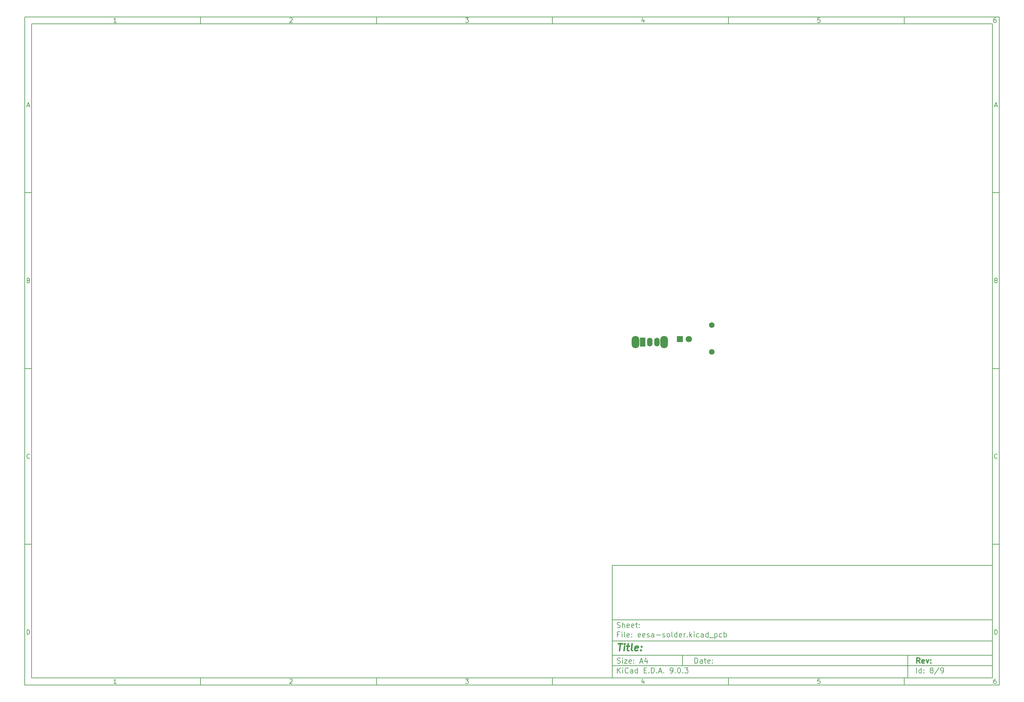
<source format=gbr>
%TF.GenerationSoftware,KiCad,Pcbnew,9.0.3*%
%TF.CreationDate,2025-07-28T16:08:30-05:00*%
%TF.ProjectId,eesa-solder,65657361-2d73-46f6-9c64-65722e6b6963,rev?*%
%TF.SameCoordinates,Original*%
%TF.FileFunction,Soldermask,Bot*%
%TF.FilePolarity,Negative*%
%FSLAX46Y46*%
G04 Gerber Fmt 4.6, Leading zero omitted, Abs format (unit mm)*
G04 Created by KiCad (PCBNEW 9.0.3) date 2025-07-28 16:08:30*
%MOMM*%
%LPD*%
G01*
G04 APERTURE LIST*
%ADD10C,0.100000*%
%ADD11C,0.150000*%
%ADD12C,0.300000*%
%ADD13C,0.400000*%
%ADD14C,1.600000*%
%ADD15R,1.800000X1.800000*%
%ADD16C,1.800000*%
%ADD17O,2.200000X3.500000*%
%ADD18R,1.500000X2.500000*%
%ADD19O,1.500000X2.500000*%
G04 APERTURE END LIST*
D10*
D11*
X177002200Y-166007200D02*
X285002200Y-166007200D01*
X285002200Y-198007200D01*
X177002200Y-198007200D01*
X177002200Y-166007200D01*
D10*
D11*
X10000000Y-10000000D02*
X287002200Y-10000000D01*
X287002200Y-200007200D01*
X10000000Y-200007200D01*
X10000000Y-10000000D01*
D10*
D11*
X12000000Y-12000000D02*
X285002200Y-12000000D01*
X285002200Y-198007200D01*
X12000000Y-198007200D01*
X12000000Y-12000000D01*
D10*
D11*
X60000000Y-12000000D02*
X60000000Y-10000000D01*
D10*
D11*
X110000000Y-12000000D02*
X110000000Y-10000000D01*
D10*
D11*
X160000000Y-12000000D02*
X160000000Y-10000000D01*
D10*
D11*
X210000000Y-12000000D02*
X210000000Y-10000000D01*
D10*
D11*
X260000000Y-12000000D02*
X260000000Y-10000000D01*
D10*
D11*
X36089160Y-11593604D02*
X35346303Y-11593604D01*
X35717731Y-11593604D02*
X35717731Y-10293604D01*
X35717731Y-10293604D02*
X35593922Y-10479319D01*
X35593922Y-10479319D02*
X35470112Y-10603128D01*
X35470112Y-10603128D02*
X35346303Y-10665033D01*
D10*
D11*
X85346303Y-10417414D02*
X85408207Y-10355509D01*
X85408207Y-10355509D02*
X85532017Y-10293604D01*
X85532017Y-10293604D02*
X85841541Y-10293604D01*
X85841541Y-10293604D02*
X85965350Y-10355509D01*
X85965350Y-10355509D02*
X86027255Y-10417414D01*
X86027255Y-10417414D02*
X86089160Y-10541223D01*
X86089160Y-10541223D02*
X86089160Y-10665033D01*
X86089160Y-10665033D02*
X86027255Y-10850747D01*
X86027255Y-10850747D02*
X85284398Y-11593604D01*
X85284398Y-11593604D02*
X86089160Y-11593604D01*
D10*
D11*
X135284398Y-10293604D02*
X136089160Y-10293604D01*
X136089160Y-10293604D02*
X135655826Y-10788842D01*
X135655826Y-10788842D02*
X135841541Y-10788842D01*
X135841541Y-10788842D02*
X135965350Y-10850747D01*
X135965350Y-10850747D02*
X136027255Y-10912652D01*
X136027255Y-10912652D02*
X136089160Y-11036461D01*
X136089160Y-11036461D02*
X136089160Y-11345985D01*
X136089160Y-11345985D02*
X136027255Y-11469795D01*
X136027255Y-11469795D02*
X135965350Y-11531700D01*
X135965350Y-11531700D02*
X135841541Y-11593604D01*
X135841541Y-11593604D02*
X135470112Y-11593604D01*
X135470112Y-11593604D02*
X135346303Y-11531700D01*
X135346303Y-11531700D02*
X135284398Y-11469795D01*
D10*
D11*
X185965350Y-10726938D02*
X185965350Y-11593604D01*
X185655826Y-10231700D02*
X185346303Y-11160271D01*
X185346303Y-11160271D02*
X186151064Y-11160271D01*
D10*
D11*
X236027255Y-10293604D02*
X235408207Y-10293604D01*
X235408207Y-10293604D02*
X235346303Y-10912652D01*
X235346303Y-10912652D02*
X235408207Y-10850747D01*
X235408207Y-10850747D02*
X235532017Y-10788842D01*
X235532017Y-10788842D02*
X235841541Y-10788842D01*
X235841541Y-10788842D02*
X235965350Y-10850747D01*
X235965350Y-10850747D02*
X236027255Y-10912652D01*
X236027255Y-10912652D02*
X236089160Y-11036461D01*
X236089160Y-11036461D02*
X236089160Y-11345985D01*
X236089160Y-11345985D02*
X236027255Y-11469795D01*
X236027255Y-11469795D02*
X235965350Y-11531700D01*
X235965350Y-11531700D02*
X235841541Y-11593604D01*
X235841541Y-11593604D02*
X235532017Y-11593604D01*
X235532017Y-11593604D02*
X235408207Y-11531700D01*
X235408207Y-11531700D02*
X235346303Y-11469795D01*
D10*
D11*
X285965350Y-10293604D02*
X285717731Y-10293604D01*
X285717731Y-10293604D02*
X285593922Y-10355509D01*
X285593922Y-10355509D02*
X285532017Y-10417414D01*
X285532017Y-10417414D02*
X285408207Y-10603128D01*
X285408207Y-10603128D02*
X285346303Y-10850747D01*
X285346303Y-10850747D02*
X285346303Y-11345985D01*
X285346303Y-11345985D02*
X285408207Y-11469795D01*
X285408207Y-11469795D02*
X285470112Y-11531700D01*
X285470112Y-11531700D02*
X285593922Y-11593604D01*
X285593922Y-11593604D02*
X285841541Y-11593604D01*
X285841541Y-11593604D02*
X285965350Y-11531700D01*
X285965350Y-11531700D02*
X286027255Y-11469795D01*
X286027255Y-11469795D02*
X286089160Y-11345985D01*
X286089160Y-11345985D02*
X286089160Y-11036461D01*
X286089160Y-11036461D02*
X286027255Y-10912652D01*
X286027255Y-10912652D02*
X285965350Y-10850747D01*
X285965350Y-10850747D02*
X285841541Y-10788842D01*
X285841541Y-10788842D02*
X285593922Y-10788842D01*
X285593922Y-10788842D02*
X285470112Y-10850747D01*
X285470112Y-10850747D02*
X285408207Y-10912652D01*
X285408207Y-10912652D02*
X285346303Y-11036461D01*
D10*
D11*
X60000000Y-198007200D02*
X60000000Y-200007200D01*
D10*
D11*
X110000000Y-198007200D02*
X110000000Y-200007200D01*
D10*
D11*
X160000000Y-198007200D02*
X160000000Y-200007200D01*
D10*
D11*
X210000000Y-198007200D02*
X210000000Y-200007200D01*
D10*
D11*
X260000000Y-198007200D02*
X260000000Y-200007200D01*
D10*
D11*
X36089160Y-199600804D02*
X35346303Y-199600804D01*
X35717731Y-199600804D02*
X35717731Y-198300804D01*
X35717731Y-198300804D02*
X35593922Y-198486519D01*
X35593922Y-198486519D02*
X35470112Y-198610328D01*
X35470112Y-198610328D02*
X35346303Y-198672233D01*
D10*
D11*
X85346303Y-198424614D02*
X85408207Y-198362709D01*
X85408207Y-198362709D02*
X85532017Y-198300804D01*
X85532017Y-198300804D02*
X85841541Y-198300804D01*
X85841541Y-198300804D02*
X85965350Y-198362709D01*
X85965350Y-198362709D02*
X86027255Y-198424614D01*
X86027255Y-198424614D02*
X86089160Y-198548423D01*
X86089160Y-198548423D02*
X86089160Y-198672233D01*
X86089160Y-198672233D02*
X86027255Y-198857947D01*
X86027255Y-198857947D02*
X85284398Y-199600804D01*
X85284398Y-199600804D02*
X86089160Y-199600804D01*
D10*
D11*
X135284398Y-198300804D02*
X136089160Y-198300804D01*
X136089160Y-198300804D02*
X135655826Y-198796042D01*
X135655826Y-198796042D02*
X135841541Y-198796042D01*
X135841541Y-198796042D02*
X135965350Y-198857947D01*
X135965350Y-198857947D02*
X136027255Y-198919852D01*
X136027255Y-198919852D02*
X136089160Y-199043661D01*
X136089160Y-199043661D02*
X136089160Y-199353185D01*
X136089160Y-199353185D02*
X136027255Y-199476995D01*
X136027255Y-199476995D02*
X135965350Y-199538900D01*
X135965350Y-199538900D02*
X135841541Y-199600804D01*
X135841541Y-199600804D02*
X135470112Y-199600804D01*
X135470112Y-199600804D02*
X135346303Y-199538900D01*
X135346303Y-199538900D02*
X135284398Y-199476995D01*
D10*
D11*
X185965350Y-198734138D02*
X185965350Y-199600804D01*
X185655826Y-198238900D02*
X185346303Y-199167471D01*
X185346303Y-199167471D02*
X186151064Y-199167471D01*
D10*
D11*
X236027255Y-198300804D02*
X235408207Y-198300804D01*
X235408207Y-198300804D02*
X235346303Y-198919852D01*
X235346303Y-198919852D02*
X235408207Y-198857947D01*
X235408207Y-198857947D02*
X235532017Y-198796042D01*
X235532017Y-198796042D02*
X235841541Y-198796042D01*
X235841541Y-198796042D02*
X235965350Y-198857947D01*
X235965350Y-198857947D02*
X236027255Y-198919852D01*
X236027255Y-198919852D02*
X236089160Y-199043661D01*
X236089160Y-199043661D02*
X236089160Y-199353185D01*
X236089160Y-199353185D02*
X236027255Y-199476995D01*
X236027255Y-199476995D02*
X235965350Y-199538900D01*
X235965350Y-199538900D02*
X235841541Y-199600804D01*
X235841541Y-199600804D02*
X235532017Y-199600804D01*
X235532017Y-199600804D02*
X235408207Y-199538900D01*
X235408207Y-199538900D02*
X235346303Y-199476995D01*
D10*
D11*
X285965350Y-198300804D02*
X285717731Y-198300804D01*
X285717731Y-198300804D02*
X285593922Y-198362709D01*
X285593922Y-198362709D02*
X285532017Y-198424614D01*
X285532017Y-198424614D02*
X285408207Y-198610328D01*
X285408207Y-198610328D02*
X285346303Y-198857947D01*
X285346303Y-198857947D02*
X285346303Y-199353185D01*
X285346303Y-199353185D02*
X285408207Y-199476995D01*
X285408207Y-199476995D02*
X285470112Y-199538900D01*
X285470112Y-199538900D02*
X285593922Y-199600804D01*
X285593922Y-199600804D02*
X285841541Y-199600804D01*
X285841541Y-199600804D02*
X285965350Y-199538900D01*
X285965350Y-199538900D02*
X286027255Y-199476995D01*
X286027255Y-199476995D02*
X286089160Y-199353185D01*
X286089160Y-199353185D02*
X286089160Y-199043661D01*
X286089160Y-199043661D02*
X286027255Y-198919852D01*
X286027255Y-198919852D02*
X285965350Y-198857947D01*
X285965350Y-198857947D02*
X285841541Y-198796042D01*
X285841541Y-198796042D02*
X285593922Y-198796042D01*
X285593922Y-198796042D02*
X285470112Y-198857947D01*
X285470112Y-198857947D02*
X285408207Y-198919852D01*
X285408207Y-198919852D02*
X285346303Y-199043661D01*
D10*
D11*
X10000000Y-60000000D02*
X12000000Y-60000000D01*
D10*
D11*
X10000000Y-110000000D02*
X12000000Y-110000000D01*
D10*
D11*
X10000000Y-160000000D02*
X12000000Y-160000000D01*
D10*
D11*
X10690476Y-35222176D02*
X11309523Y-35222176D01*
X10566666Y-35593604D02*
X10999999Y-34293604D01*
X10999999Y-34293604D02*
X11433333Y-35593604D01*
D10*
D11*
X11092857Y-84912652D02*
X11278571Y-84974557D01*
X11278571Y-84974557D02*
X11340476Y-85036461D01*
X11340476Y-85036461D02*
X11402380Y-85160271D01*
X11402380Y-85160271D02*
X11402380Y-85345985D01*
X11402380Y-85345985D02*
X11340476Y-85469795D01*
X11340476Y-85469795D02*
X11278571Y-85531700D01*
X11278571Y-85531700D02*
X11154761Y-85593604D01*
X11154761Y-85593604D02*
X10659523Y-85593604D01*
X10659523Y-85593604D02*
X10659523Y-84293604D01*
X10659523Y-84293604D02*
X11092857Y-84293604D01*
X11092857Y-84293604D02*
X11216666Y-84355509D01*
X11216666Y-84355509D02*
X11278571Y-84417414D01*
X11278571Y-84417414D02*
X11340476Y-84541223D01*
X11340476Y-84541223D02*
X11340476Y-84665033D01*
X11340476Y-84665033D02*
X11278571Y-84788842D01*
X11278571Y-84788842D02*
X11216666Y-84850747D01*
X11216666Y-84850747D02*
X11092857Y-84912652D01*
X11092857Y-84912652D02*
X10659523Y-84912652D01*
D10*
D11*
X11402380Y-135469795D02*
X11340476Y-135531700D01*
X11340476Y-135531700D02*
X11154761Y-135593604D01*
X11154761Y-135593604D02*
X11030952Y-135593604D01*
X11030952Y-135593604D02*
X10845238Y-135531700D01*
X10845238Y-135531700D02*
X10721428Y-135407890D01*
X10721428Y-135407890D02*
X10659523Y-135284080D01*
X10659523Y-135284080D02*
X10597619Y-135036461D01*
X10597619Y-135036461D02*
X10597619Y-134850747D01*
X10597619Y-134850747D02*
X10659523Y-134603128D01*
X10659523Y-134603128D02*
X10721428Y-134479319D01*
X10721428Y-134479319D02*
X10845238Y-134355509D01*
X10845238Y-134355509D02*
X11030952Y-134293604D01*
X11030952Y-134293604D02*
X11154761Y-134293604D01*
X11154761Y-134293604D02*
X11340476Y-134355509D01*
X11340476Y-134355509D02*
X11402380Y-134417414D01*
D10*
D11*
X10659523Y-185593604D02*
X10659523Y-184293604D01*
X10659523Y-184293604D02*
X10969047Y-184293604D01*
X10969047Y-184293604D02*
X11154761Y-184355509D01*
X11154761Y-184355509D02*
X11278571Y-184479319D01*
X11278571Y-184479319D02*
X11340476Y-184603128D01*
X11340476Y-184603128D02*
X11402380Y-184850747D01*
X11402380Y-184850747D02*
X11402380Y-185036461D01*
X11402380Y-185036461D02*
X11340476Y-185284080D01*
X11340476Y-185284080D02*
X11278571Y-185407890D01*
X11278571Y-185407890D02*
X11154761Y-185531700D01*
X11154761Y-185531700D02*
X10969047Y-185593604D01*
X10969047Y-185593604D02*
X10659523Y-185593604D01*
D10*
D11*
X287002200Y-60000000D02*
X285002200Y-60000000D01*
D10*
D11*
X287002200Y-110000000D02*
X285002200Y-110000000D01*
D10*
D11*
X287002200Y-160000000D02*
X285002200Y-160000000D01*
D10*
D11*
X285692676Y-35222176D02*
X286311723Y-35222176D01*
X285568866Y-35593604D02*
X286002199Y-34293604D01*
X286002199Y-34293604D02*
X286435533Y-35593604D01*
D10*
D11*
X286095057Y-84912652D02*
X286280771Y-84974557D01*
X286280771Y-84974557D02*
X286342676Y-85036461D01*
X286342676Y-85036461D02*
X286404580Y-85160271D01*
X286404580Y-85160271D02*
X286404580Y-85345985D01*
X286404580Y-85345985D02*
X286342676Y-85469795D01*
X286342676Y-85469795D02*
X286280771Y-85531700D01*
X286280771Y-85531700D02*
X286156961Y-85593604D01*
X286156961Y-85593604D02*
X285661723Y-85593604D01*
X285661723Y-85593604D02*
X285661723Y-84293604D01*
X285661723Y-84293604D02*
X286095057Y-84293604D01*
X286095057Y-84293604D02*
X286218866Y-84355509D01*
X286218866Y-84355509D02*
X286280771Y-84417414D01*
X286280771Y-84417414D02*
X286342676Y-84541223D01*
X286342676Y-84541223D02*
X286342676Y-84665033D01*
X286342676Y-84665033D02*
X286280771Y-84788842D01*
X286280771Y-84788842D02*
X286218866Y-84850747D01*
X286218866Y-84850747D02*
X286095057Y-84912652D01*
X286095057Y-84912652D02*
X285661723Y-84912652D01*
D10*
D11*
X286404580Y-135469795D02*
X286342676Y-135531700D01*
X286342676Y-135531700D02*
X286156961Y-135593604D01*
X286156961Y-135593604D02*
X286033152Y-135593604D01*
X286033152Y-135593604D02*
X285847438Y-135531700D01*
X285847438Y-135531700D02*
X285723628Y-135407890D01*
X285723628Y-135407890D02*
X285661723Y-135284080D01*
X285661723Y-135284080D02*
X285599819Y-135036461D01*
X285599819Y-135036461D02*
X285599819Y-134850747D01*
X285599819Y-134850747D02*
X285661723Y-134603128D01*
X285661723Y-134603128D02*
X285723628Y-134479319D01*
X285723628Y-134479319D02*
X285847438Y-134355509D01*
X285847438Y-134355509D02*
X286033152Y-134293604D01*
X286033152Y-134293604D02*
X286156961Y-134293604D01*
X286156961Y-134293604D02*
X286342676Y-134355509D01*
X286342676Y-134355509D02*
X286404580Y-134417414D01*
D10*
D11*
X285661723Y-185593604D02*
X285661723Y-184293604D01*
X285661723Y-184293604D02*
X285971247Y-184293604D01*
X285971247Y-184293604D02*
X286156961Y-184355509D01*
X286156961Y-184355509D02*
X286280771Y-184479319D01*
X286280771Y-184479319D02*
X286342676Y-184603128D01*
X286342676Y-184603128D02*
X286404580Y-184850747D01*
X286404580Y-184850747D02*
X286404580Y-185036461D01*
X286404580Y-185036461D02*
X286342676Y-185284080D01*
X286342676Y-185284080D02*
X286280771Y-185407890D01*
X286280771Y-185407890D02*
X286156961Y-185531700D01*
X286156961Y-185531700D02*
X285971247Y-185593604D01*
X285971247Y-185593604D02*
X285661723Y-185593604D01*
D10*
D11*
X200458026Y-193793328D02*
X200458026Y-192293328D01*
X200458026Y-192293328D02*
X200815169Y-192293328D01*
X200815169Y-192293328D02*
X201029455Y-192364757D01*
X201029455Y-192364757D02*
X201172312Y-192507614D01*
X201172312Y-192507614D02*
X201243741Y-192650471D01*
X201243741Y-192650471D02*
X201315169Y-192936185D01*
X201315169Y-192936185D02*
X201315169Y-193150471D01*
X201315169Y-193150471D02*
X201243741Y-193436185D01*
X201243741Y-193436185D02*
X201172312Y-193579042D01*
X201172312Y-193579042D02*
X201029455Y-193721900D01*
X201029455Y-193721900D02*
X200815169Y-193793328D01*
X200815169Y-193793328D02*
X200458026Y-193793328D01*
X202600884Y-193793328D02*
X202600884Y-193007614D01*
X202600884Y-193007614D02*
X202529455Y-192864757D01*
X202529455Y-192864757D02*
X202386598Y-192793328D01*
X202386598Y-192793328D02*
X202100884Y-192793328D01*
X202100884Y-192793328D02*
X201958026Y-192864757D01*
X202600884Y-193721900D02*
X202458026Y-193793328D01*
X202458026Y-193793328D02*
X202100884Y-193793328D01*
X202100884Y-193793328D02*
X201958026Y-193721900D01*
X201958026Y-193721900D02*
X201886598Y-193579042D01*
X201886598Y-193579042D02*
X201886598Y-193436185D01*
X201886598Y-193436185D02*
X201958026Y-193293328D01*
X201958026Y-193293328D02*
X202100884Y-193221900D01*
X202100884Y-193221900D02*
X202458026Y-193221900D01*
X202458026Y-193221900D02*
X202600884Y-193150471D01*
X203100884Y-192793328D02*
X203672312Y-192793328D01*
X203315169Y-192293328D02*
X203315169Y-193579042D01*
X203315169Y-193579042D02*
X203386598Y-193721900D01*
X203386598Y-193721900D02*
X203529455Y-193793328D01*
X203529455Y-193793328D02*
X203672312Y-193793328D01*
X204743741Y-193721900D02*
X204600884Y-193793328D01*
X204600884Y-193793328D02*
X204315170Y-193793328D01*
X204315170Y-193793328D02*
X204172312Y-193721900D01*
X204172312Y-193721900D02*
X204100884Y-193579042D01*
X204100884Y-193579042D02*
X204100884Y-193007614D01*
X204100884Y-193007614D02*
X204172312Y-192864757D01*
X204172312Y-192864757D02*
X204315170Y-192793328D01*
X204315170Y-192793328D02*
X204600884Y-192793328D01*
X204600884Y-192793328D02*
X204743741Y-192864757D01*
X204743741Y-192864757D02*
X204815170Y-193007614D01*
X204815170Y-193007614D02*
X204815170Y-193150471D01*
X204815170Y-193150471D02*
X204100884Y-193293328D01*
X205458026Y-193650471D02*
X205529455Y-193721900D01*
X205529455Y-193721900D02*
X205458026Y-193793328D01*
X205458026Y-193793328D02*
X205386598Y-193721900D01*
X205386598Y-193721900D02*
X205458026Y-193650471D01*
X205458026Y-193650471D02*
X205458026Y-193793328D01*
X205458026Y-192864757D02*
X205529455Y-192936185D01*
X205529455Y-192936185D02*
X205458026Y-193007614D01*
X205458026Y-193007614D02*
X205386598Y-192936185D01*
X205386598Y-192936185D02*
X205458026Y-192864757D01*
X205458026Y-192864757D02*
X205458026Y-193007614D01*
D10*
D11*
X177002200Y-194507200D02*
X285002200Y-194507200D01*
D10*
D11*
X178458026Y-196593328D02*
X178458026Y-195093328D01*
X179315169Y-196593328D02*
X178672312Y-195736185D01*
X179315169Y-195093328D02*
X178458026Y-195950471D01*
X179958026Y-196593328D02*
X179958026Y-195593328D01*
X179958026Y-195093328D02*
X179886598Y-195164757D01*
X179886598Y-195164757D02*
X179958026Y-195236185D01*
X179958026Y-195236185D02*
X180029455Y-195164757D01*
X180029455Y-195164757D02*
X179958026Y-195093328D01*
X179958026Y-195093328D02*
X179958026Y-195236185D01*
X181529455Y-196450471D02*
X181458027Y-196521900D01*
X181458027Y-196521900D02*
X181243741Y-196593328D01*
X181243741Y-196593328D02*
X181100884Y-196593328D01*
X181100884Y-196593328D02*
X180886598Y-196521900D01*
X180886598Y-196521900D02*
X180743741Y-196379042D01*
X180743741Y-196379042D02*
X180672312Y-196236185D01*
X180672312Y-196236185D02*
X180600884Y-195950471D01*
X180600884Y-195950471D02*
X180600884Y-195736185D01*
X180600884Y-195736185D02*
X180672312Y-195450471D01*
X180672312Y-195450471D02*
X180743741Y-195307614D01*
X180743741Y-195307614D02*
X180886598Y-195164757D01*
X180886598Y-195164757D02*
X181100884Y-195093328D01*
X181100884Y-195093328D02*
X181243741Y-195093328D01*
X181243741Y-195093328D02*
X181458027Y-195164757D01*
X181458027Y-195164757D02*
X181529455Y-195236185D01*
X182815170Y-196593328D02*
X182815170Y-195807614D01*
X182815170Y-195807614D02*
X182743741Y-195664757D01*
X182743741Y-195664757D02*
X182600884Y-195593328D01*
X182600884Y-195593328D02*
X182315170Y-195593328D01*
X182315170Y-195593328D02*
X182172312Y-195664757D01*
X182815170Y-196521900D02*
X182672312Y-196593328D01*
X182672312Y-196593328D02*
X182315170Y-196593328D01*
X182315170Y-196593328D02*
X182172312Y-196521900D01*
X182172312Y-196521900D02*
X182100884Y-196379042D01*
X182100884Y-196379042D02*
X182100884Y-196236185D01*
X182100884Y-196236185D02*
X182172312Y-196093328D01*
X182172312Y-196093328D02*
X182315170Y-196021900D01*
X182315170Y-196021900D02*
X182672312Y-196021900D01*
X182672312Y-196021900D02*
X182815170Y-195950471D01*
X184172313Y-196593328D02*
X184172313Y-195093328D01*
X184172313Y-196521900D02*
X184029455Y-196593328D01*
X184029455Y-196593328D02*
X183743741Y-196593328D01*
X183743741Y-196593328D02*
X183600884Y-196521900D01*
X183600884Y-196521900D02*
X183529455Y-196450471D01*
X183529455Y-196450471D02*
X183458027Y-196307614D01*
X183458027Y-196307614D02*
X183458027Y-195879042D01*
X183458027Y-195879042D02*
X183529455Y-195736185D01*
X183529455Y-195736185D02*
X183600884Y-195664757D01*
X183600884Y-195664757D02*
X183743741Y-195593328D01*
X183743741Y-195593328D02*
X184029455Y-195593328D01*
X184029455Y-195593328D02*
X184172313Y-195664757D01*
X186029455Y-195807614D02*
X186529455Y-195807614D01*
X186743741Y-196593328D02*
X186029455Y-196593328D01*
X186029455Y-196593328D02*
X186029455Y-195093328D01*
X186029455Y-195093328D02*
X186743741Y-195093328D01*
X187386598Y-196450471D02*
X187458027Y-196521900D01*
X187458027Y-196521900D02*
X187386598Y-196593328D01*
X187386598Y-196593328D02*
X187315170Y-196521900D01*
X187315170Y-196521900D02*
X187386598Y-196450471D01*
X187386598Y-196450471D02*
X187386598Y-196593328D01*
X188100884Y-196593328D02*
X188100884Y-195093328D01*
X188100884Y-195093328D02*
X188458027Y-195093328D01*
X188458027Y-195093328D02*
X188672313Y-195164757D01*
X188672313Y-195164757D02*
X188815170Y-195307614D01*
X188815170Y-195307614D02*
X188886599Y-195450471D01*
X188886599Y-195450471D02*
X188958027Y-195736185D01*
X188958027Y-195736185D02*
X188958027Y-195950471D01*
X188958027Y-195950471D02*
X188886599Y-196236185D01*
X188886599Y-196236185D02*
X188815170Y-196379042D01*
X188815170Y-196379042D02*
X188672313Y-196521900D01*
X188672313Y-196521900D02*
X188458027Y-196593328D01*
X188458027Y-196593328D02*
X188100884Y-196593328D01*
X189600884Y-196450471D02*
X189672313Y-196521900D01*
X189672313Y-196521900D02*
X189600884Y-196593328D01*
X189600884Y-196593328D02*
X189529456Y-196521900D01*
X189529456Y-196521900D02*
X189600884Y-196450471D01*
X189600884Y-196450471D02*
X189600884Y-196593328D01*
X190243742Y-196164757D02*
X190958028Y-196164757D01*
X190100885Y-196593328D02*
X190600885Y-195093328D01*
X190600885Y-195093328D02*
X191100885Y-196593328D01*
X191600884Y-196450471D02*
X191672313Y-196521900D01*
X191672313Y-196521900D02*
X191600884Y-196593328D01*
X191600884Y-196593328D02*
X191529456Y-196521900D01*
X191529456Y-196521900D02*
X191600884Y-196450471D01*
X191600884Y-196450471D02*
X191600884Y-196593328D01*
X193529456Y-196593328D02*
X193815170Y-196593328D01*
X193815170Y-196593328D02*
X193958027Y-196521900D01*
X193958027Y-196521900D02*
X194029456Y-196450471D01*
X194029456Y-196450471D02*
X194172313Y-196236185D01*
X194172313Y-196236185D02*
X194243742Y-195950471D01*
X194243742Y-195950471D02*
X194243742Y-195379042D01*
X194243742Y-195379042D02*
X194172313Y-195236185D01*
X194172313Y-195236185D02*
X194100885Y-195164757D01*
X194100885Y-195164757D02*
X193958027Y-195093328D01*
X193958027Y-195093328D02*
X193672313Y-195093328D01*
X193672313Y-195093328D02*
X193529456Y-195164757D01*
X193529456Y-195164757D02*
X193458027Y-195236185D01*
X193458027Y-195236185D02*
X193386599Y-195379042D01*
X193386599Y-195379042D02*
X193386599Y-195736185D01*
X193386599Y-195736185D02*
X193458027Y-195879042D01*
X193458027Y-195879042D02*
X193529456Y-195950471D01*
X193529456Y-195950471D02*
X193672313Y-196021900D01*
X193672313Y-196021900D02*
X193958027Y-196021900D01*
X193958027Y-196021900D02*
X194100885Y-195950471D01*
X194100885Y-195950471D02*
X194172313Y-195879042D01*
X194172313Y-195879042D02*
X194243742Y-195736185D01*
X194886598Y-196450471D02*
X194958027Y-196521900D01*
X194958027Y-196521900D02*
X194886598Y-196593328D01*
X194886598Y-196593328D02*
X194815170Y-196521900D01*
X194815170Y-196521900D02*
X194886598Y-196450471D01*
X194886598Y-196450471D02*
X194886598Y-196593328D01*
X195886599Y-195093328D02*
X196029456Y-195093328D01*
X196029456Y-195093328D02*
X196172313Y-195164757D01*
X196172313Y-195164757D02*
X196243742Y-195236185D01*
X196243742Y-195236185D02*
X196315170Y-195379042D01*
X196315170Y-195379042D02*
X196386599Y-195664757D01*
X196386599Y-195664757D02*
X196386599Y-196021900D01*
X196386599Y-196021900D02*
X196315170Y-196307614D01*
X196315170Y-196307614D02*
X196243742Y-196450471D01*
X196243742Y-196450471D02*
X196172313Y-196521900D01*
X196172313Y-196521900D02*
X196029456Y-196593328D01*
X196029456Y-196593328D02*
X195886599Y-196593328D01*
X195886599Y-196593328D02*
X195743742Y-196521900D01*
X195743742Y-196521900D02*
X195672313Y-196450471D01*
X195672313Y-196450471D02*
X195600884Y-196307614D01*
X195600884Y-196307614D02*
X195529456Y-196021900D01*
X195529456Y-196021900D02*
X195529456Y-195664757D01*
X195529456Y-195664757D02*
X195600884Y-195379042D01*
X195600884Y-195379042D02*
X195672313Y-195236185D01*
X195672313Y-195236185D02*
X195743742Y-195164757D01*
X195743742Y-195164757D02*
X195886599Y-195093328D01*
X197029455Y-196450471D02*
X197100884Y-196521900D01*
X197100884Y-196521900D02*
X197029455Y-196593328D01*
X197029455Y-196593328D02*
X196958027Y-196521900D01*
X196958027Y-196521900D02*
X197029455Y-196450471D01*
X197029455Y-196450471D02*
X197029455Y-196593328D01*
X197600884Y-195093328D02*
X198529456Y-195093328D01*
X198529456Y-195093328D02*
X198029456Y-195664757D01*
X198029456Y-195664757D02*
X198243741Y-195664757D01*
X198243741Y-195664757D02*
X198386599Y-195736185D01*
X198386599Y-195736185D02*
X198458027Y-195807614D01*
X198458027Y-195807614D02*
X198529456Y-195950471D01*
X198529456Y-195950471D02*
X198529456Y-196307614D01*
X198529456Y-196307614D02*
X198458027Y-196450471D01*
X198458027Y-196450471D02*
X198386599Y-196521900D01*
X198386599Y-196521900D02*
X198243741Y-196593328D01*
X198243741Y-196593328D02*
X197815170Y-196593328D01*
X197815170Y-196593328D02*
X197672313Y-196521900D01*
X197672313Y-196521900D02*
X197600884Y-196450471D01*
D10*
D11*
X177002200Y-191507200D02*
X285002200Y-191507200D01*
D10*
D12*
X264413853Y-193785528D02*
X263913853Y-193071242D01*
X263556710Y-193785528D02*
X263556710Y-192285528D01*
X263556710Y-192285528D02*
X264128139Y-192285528D01*
X264128139Y-192285528D02*
X264270996Y-192356957D01*
X264270996Y-192356957D02*
X264342425Y-192428385D01*
X264342425Y-192428385D02*
X264413853Y-192571242D01*
X264413853Y-192571242D02*
X264413853Y-192785528D01*
X264413853Y-192785528D02*
X264342425Y-192928385D01*
X264342425Y-192928385D02*
X264270996Y-192999814D01*
X264270996Y-192999814D02*
X264128139Y-193071242D01*
X264128139Y-193071242D02*
X263556710Y-193071242D01*
X265628139Y-193714100D02*
X265485282Y-193785528D01*
X265485282Y-193785528D02*
X265199568Y-193785528D01*
X265199568Y-193785528D02*
X265056710Y-193714100D01*
X265056710Y-193714100D02*
X264985282Y-193571242D01*
X264985282Y-193571242D02*
X264985282Y-192999814D01*
X264985282Y-192999814D02*
X265056710Y-192856957D01*
X265056710Y-192856957D02*
X265199568Y-192785528D01*
X265199568Y-192785528D02*
X265485282Y-192785528D01*
X265485282Y-192785528D02*
X265628139Y-192856957D01*
X265628139Y-192856957D02*
X265699568Y-192999814D01*
X265699568Y-192999814D02*
X265699568Y-193142671D01*
X265699568Y-193142671D02*
X264985282Y-193285528D01*
X266199567Y-192785528D02*
X266556710Y-193785528D01*
X266556710Y-193785528D02*
X266913853Y-192785528D01*
X267485281Y-193642671D02*
X267556710Y-193714100D01*
X267556710Y-193714100D02*
X267485281Y-193785528D01*
X267485281Y-193785528D02*
X267413853Y-193714100D01*
X267413853Y-193714100D02*
X267485281Y-193642671D01*
X267485281Y-193642671D02*
X267485281Y-193785528D01*
X267485281Y-192856957D02*
X267556710Y-192928385D01*
X267556710Y-192928385D02*
X267485281Y-192999814D01*
X267485281Y-192999814D02*
X267413853Y-192928385D01*
X267413853Y-192928385D02*
X267485281Y-192856957D01*
X267485281Y-192856957D02*
X267485281Y-192999814D01*
D10*
D11*
X178386598Y-193721900D02*
X178600884Y-193793328D01*
X178600884Y-193793328D02*
X178958026Y-193793328D01*
X178958026Y-193793328D02*
X179100884Y-193721900D01*
X179100884Y-193721900D02*
X179172312Y-193650471D01*
X179172312Y-193650471D02*
X179243741Y-193507614D01*
X179243741Y-193507614D02*
X179243741Y-193364757D01*
X179243741Y-193364757D02*
X179172312Y-193221900D01*
X179172312Y-193221900D02*
X179100884Y-193150471D01*
X179100884Y-193150471D02*
X178958026Y-193079042D01*
X178958026Y-193079042D02*
X178672312Y-193007614D01*
X178672312Y-193007614D02*
X178529455Y-192936185D01*
X178529455Y-192936185D02*
X178458026Y-192864757D01*
X178458026Y-192864757D02*
X178386598Y-192721900D01*
X178386598Y-192721900D02*
X178386598Y-192579042D01*
X178386598Y-192579042D02*
X178458026Y-192436185D01*
X178458026Y-192436185D02*
X178529455Y-192364757D01*
X178529455Y-192364757D02*
X178672312Y-192293328D01*
X178672312Y-192293328D02*
X179029455Y-192293328D01*
X179029455Y-192293328D02*
X179243741Y-192364757D01*
X179886597Y-193793328D02*
X179886597Y-192793328D01*
X179886597Y-192293328D02*
X179815169Y-192364757D01*
X179815169Y-192364757D02*
X179886597Y-192436185D01*
X179886597Y-192436185D02*
X179958026Y-192364757D01*
X179958026Y-192364757D02*
X179886597Y-192293328D01*
X179886597Y-192293328D02*
X179886597Y-192436185D01*
X180458026Y-192793328D02*
X181243741Y-192793328D01*
X181243741Y-192793328D02*
X180458026Y-193793328D01*
X180458026Y-193793328D02*
X181243741Y-193793328D01*
X182386598Y-193721900D02*
X182243741Y-193793328D01*
X182243741Y-193793328D02*
X181958027Y-193793328D01*
X181958027Y-193793328D02*
X181815169Y-193721900D01*
X181815169Y-193721900D02*
X181743741Y-193579042D01*
X181743741Y-193579042D02*
X181743741Y-193007614D01*
X181743741Y-193007614D02*
X181815169Y-192864757D01*
X181815169Y-192864757D02*
X181958027Y-192793328D01*
X181958027Y-192793328D02*
X182243741Y-192793328D01*
X182243741Y-192793328D02*
X182386598Y-192864757D01*
X182386598Y-192864757D02*
X182458027Y-193007614D01*
X182458027Y-193007614D02*
X182458027Y-193150471D01*
X182458027Y-193150471D02*
X181743741Y-193293328D01*
X183100883Y-193650471D02*
X183172312Y-193721900D01*
X183172312Y-193721900D02*
X183100883Y-193793328D01*
X183100883Y-193793328D02*
X183029455Y-193721900D01*
X183029455Y-193721900D02*
X183100883Y-193650471D01*
X183100883Y-193650471D02*
X183100883Y-193793328D01*
X183100883Y-192864757D02*
X183172312Y-192936185D01*
X183172312Y-192936185D02*
X183100883Y-193007614D01*
X183100883Y-193007614D02*
X183029455Y-192936185D01*
X183029455Y-192936185D02*
X183100883Y-192864757D01*
X183100883Y-192864757D02*
X183100883Y-193007614D01*
X184886598Y-193364757D02*
X185600884Y-193364757D01*
X184743741Y-193793328D02*
X185243741Y-192293328D01*
X185243741Y-192293328D02*
X185743741Y-193793328D01*
X186886598Y-192793328D02*
X186886598Y-193793328D01*
X186529455Y-192221900D02*
X186172312Y-193293328D01*
X186172312Y-193293328D02*
X187100883Y-193293328D01*
D10*
D11*
X263458026Y-196593328D02*
X263458026Y-195093328D01*
X264815170Y-196593328D02*
X264815170Y-195093328D01*
X264815170Y-196521900D02*
X264672312Y-196593328D01*
X264672312Y-196593328D02*
X264386598Y-196593328D01*
X264386598Y-196593328D02*
X264243741Y-196521900D01*
X264243741Y-196521900D02*
X264172312Y-196450471D01*
X264172312Y-196450471D02*
X264100884Y-196307614D01*
X264100884Y-196307614D02*
X264100884Y-195879042D01*
X264100884Y-195879042D02*
X264172312Y-195736185D01*
X264172312Y-195736185D02*
X264243741Y-195664757D01*
X264243741Y-195664757D02*
X264386598Y-195593328D01*
X264386598Y-195593328D02*
X264672312Y-195593328D01*
X264672312Y-195593328D02*
X264815170Y-195664757D01*
X265529455Y-196450471D02*
X265600884Y-196521900D01*
X265600884Y-196521900D02*
X265529455Y-196593328D01*
X265529455Y-196593328D02*
X265458027Y-196521900D01*
X265458027Y-196521900D02*
X265529455Y-196450471D01*
X265529455Y-196450471D02*
X265529455Y-196593328D01*
X265529455Y-195664757D02*
X265600884Y-195736185D01*
X265600884Y-195736185D02*
X265529455Y-195807614D01*
X265529455Y-195807614D02*
X265458027Y-195736185D01*
X265458027Y-195736185D02*
X265529455Y-195664757D01*
X265529455Y-195664757D02*
X265529455Y-195807614D01*
X267600884Y-195736185D02*
X267458027Y-195664757D01*
X267458027Y-195664757D02*
X267386598Y-195593328D01*
X267386598Y-195593328D02*
X267315170Y-195450471D01*
X267315170Y-195450471D02*
X267315170Y-195379042D01*
X267315170Y-195379042D02*
X267386598Y-195236185D01*
X267386598Y-195236185D02*
X267458027Y-195164757D01*
X267458027Y-195164757D02*
X267600884Y-195093328D01*
X267600884Y-195093328D02*
X267886598Y-195093328D01*
X267886598Y-195093328D02*
X268029456Y-195164757D01*
X268029456Y-195164757D02*
X268100884Y-195236185D01*
X268100884Y-195236185D02*
X268172313Y-195379042D01*
X268172313Y-195379042D02*
X268172313Y-195450471D01*
X268172313Y-195450471D02*
X268100884Y-195593328D01*
X268100884Y-195593328D02*
X268029456Y-195664757D01*
X268029456Y-195664757D02*
X267886598Y-195736185D01*
X267886598Y-195736185D02*
X267600884Y-195736185D01*
X267600884Y-195736185D02*
X267458027Y-195807614D01*
X267458027Y-195807614D02*
X267386598Y-195879042D01*
X267386598Y-195879042D02*
X267315170Y-196021900D01*
X267315170Y-196021900D02*
X267315170Y-196307614D01*
X267315170Y-196307614D02*
X267386598Y-196450471D01*
X267386598Y-196450471D02*
X267458027Y-196521900D01*
X267458027Y-196521900D02*
X267600884Y-196593328D01*
X267600884Y-196593328D02*
X267886598Y-196593328D01*
X267886598Y-196593328D02*
X268029456Y-196521900D01*
X268029456Y-196521900D02*
X268100884Y-196450471D01*
X268100884Y-196450471D02*
X268172313Y-196307614D01*
X268172313Y-196307614D02*
X268172313Y-196021900D01*
X268172313Y-196021900D02*
X268100884Y-195879042D01*
X268100884Y-195879042D02*
X268029456Y-195807614D01*
X268029456Y-195807614D02*
X267886598Y-195736185D01*
X269886598Y-195021900D02*
X268600884Y-196950471D01*
X270458027Y-196593328D02*
X270743741Y-196593328D01*
X270743741Y-196593328D02*
X270886598Y-196521900D01*
X270886598Y-196521900D02*
X270958027Y-196450471D01*
X270958027Y-196450471D02*
X271100884Y-196236185D01*
X271100884Y-196236185D02*
X271172313Y-195950471D01*
X271172313Y-195950471D02*
X271172313Y-195379042D01*
X271172313Y-195379042D02*
X271100884Y-195236185D01*
X271100884Y-195236185D02*
X271029456Y-195164757D01*
X271029456Y-195164757D02*
X270886598Y-195093328D01*
X270886598Y-195093328D02*
X270600884Y-195093328D01*
X270600884Y-195093328D02*
X270458027Y-195164757D01*
X270458027Y-195164757D02*
X270386598Y-195236185D01*
X270386598Y-195236185D02*
X270315170Y-195379042D01*
X270315170Y-195379042D02*
X270315170Y-195736185D01*
X270315170Y-195736185D02*
X270386598Y-195879042D01*
X270386598Y-195879042D02*
X270458027Y-195950471D01*
X270458027Y-195950471D02*
X270600884Y-196021900D01*
X270600884Y-196021900D02*
X270886598Y-196021900D01*
X270886598Y-196021900D02*
X271029456Y-195950471D01*
X271029456Y-195950471D02*
X271100884Y-195879042D01*
X271100884Y-195879042D02*
X271172313Y-195736185D01*
D10*
D11*
X177002200Y-187507200D02*
X285002200Y-187507200D01*
D10*
D13*
X178693928Y-188211638D02*
X179836785Y-188211638D01*
X179015357Y-190211638D02*
X179265357Y-188211638D01*
X180253452Y-190211638D02*
X180420119Y-188878304D01*
X180503452Y-188211638D02*
X180396309Y-188306876D01*
X180396309Y-188306876D02*
X180479643Y-188402114D01*
X180479643Y-188402114D02*
X180586786Y-188306876D01*
X180586786Y-188306876D02*
X180503452Y-188211638D01*
X180503452Y-188211638D02*
X180479643Y-188402114D01*
X181086786Y-188878304D02*
X181848690Y-188878304D01*
X181455833Y-188211638D02*
X181241548Y-189925923D01*
X181241548Y-189925923D02*
X181312976Y-190116400D01*
X181312976Y-190116400D02*
X181491548Y-190211638D01*
X181491548Y-190211638D02*
X181682024Y-190211638D01*
X182634405Y-190211638D02*
X182455833Y-190116400D01*
X182455833Y-190116400D02*
X182384405Y-189925923D01*
X182384405Y-189925923D02*
X182598690Y-188211638D01*
X184170119Y-190116400D02*
X183967738Y-190211638D01*
X183967738Y-190211638D02*
X183586785Y-190211638D01*
X183586785Y-190211638D02*
X183408214Y-190116400D01*
X183408214Y-190116400D02*
X183336785Y-189925923D01*
X183336785Y-189925923D02*
X183432024Y-189164019D01*
X183432024Y-189164019D02*
X183551071Y-188973542D01*
X183551071Y-188973542D02*
X183753452Y-188878304D01*
X183753452Y-188878304D02*
X184134404Y-188878304D01*
X184134404Y-188878304D02*
X184312976Y-188973542D01*
X184312976Y-188973542D02*
X184384404Y-189164019D01*
X184384404Y-189164019D02*
X184360595Y-189354495D01*
X184360595Y-189354495D02*
X183384404Y-189544971D01*
X185134405Y-190021161D02*
X185217738Y-190116400D01*
X185217738Y-190116400D02*
X185110595Y-190211638D01*
X185110595Y-190211638D02*
X185027262Y-190116400D01*
X185027262Y-190116400D02*
X185134405Y-190021161D01*
X185134405Y-190021161D02*
X185110595Y-190211638D01*
X185265357Y-188973542D02*
X185348690Y-189068780D01*
X185348690Y-189068780D02*
X185241548Y-189164019D01*
X185241548Y-189164019D02*
X185158214Y-189068780D01*
X185158214Y-189068780D02*
X185265357Y-188973542D01*
X185265357Y-188973542D02*
X185241548Y-189164019D01*
D10*
D11*
X178958026Y-185607614D02*
X178458026Y-185607614D01*
X178458026Y-186393328D02*
X178458026Y-184893328D01*
X178458026Y-184893328D02*
X179172312Y-184893328D01*
X179743740Y-186393328D02*
X179743740Y-185393328D01*
X179743740Y-184893328D02*
X179672312Y-184964757D01*
X179672312Y-184964757D02*
X179743740Y-185036185D01*
X179743740Y-185036185D02*
X179815169Y-184964757D01*
X179815169Y-184964757D02*
X179743740Y-184893328D01*
X179743740Y-184893328D02*
X179743740Y-185036185D01*
X180672312Y-186393328D02*
X180529455Y-186321900D01*
X180529455Y-186321900D02*
X180458026Y-186179042D01*
X180458026Y-186179042D02*
X180458026Y-184893328D01*
X181815169Y-186321900D02*
X181672312Y-186393328D01*
X181672312Y-186393328D02*
X181386598Y-186393328D01*
X181386598Y-186393328D02*
X181243740Y-186321900D01*
X181243740Y-186321900D02*
X181172312Y-186179042D01*
X181172312Y-186179042D02*
X181172312Y-185607614D01*
X181172312Y-185607614D02*
X181243740Y-185464757D01*
X181243740Y-185464757D02*
X181386598Y-185393328D01*
X181386598Y-185393328D02*
X181672312Y-185393328D01*
X181672312Y-185393328D02*
X181815169Y-185464757D01*
X181815169Y-185464757D02*
X181886598Y-185607614D01*
X181886598Y-185607614D02*
X181886598Y-185750471D01*
X181886598Y-185750471D02*
X181172312Y-185893328D01*
X182529454Y-186250471D02*
X182600883Y-186321900D01*
X182600883Y-186321900D02*
X182529454Y-186393328D01*
X182529454Y-186393328D02*
X182458026Y-186321900D01*
X182458026Y-186321900D02*
X182529454Y-186250471D01*
X182529454Y-186250471D02*
X182529454Y-186393328D01*
X182529454Y-185464757D02*
X182600883Y-185536185D01*
X182600883Y-185536185D02*
X182529454Y-185607614D01*
X182529454Y-185607614D02*
X182458026Y-185536185D01*
X182458026Y-185536185D02*
X182529454Y-185464757D01*
X182529454Y-185464757D02*
X182529454Y-185607614D01*
X184958026Y-186321900D02*
X184815169Y-186393328D01*
X184815169Y-186393328D02*
X184529455Y-186393328D01*
X184529455Y-186393328D02*
X184386597Y-186321900D01*
X184386597Y-186321900D02*
X184315169Y-186179042D01*
X184315169Y-186179042D02*
X184315169Y-185607614D01*
X184315169Y-185607614D02*
X184386597Y-185464757D01*
X184386597Y-185464757D02*
X184529455Y-185393328D01*
X184529455Y-185393328D02*
X184815169Y-185393328D01*
X184815169Y-185393328D02*
X184958026Y-185464757D01*
X184958026Y-185464757D02*
X185029455Y-185607614D01*
X185029455Y-185607614D02*
X185029455Y-185750471D01*
X185029455Y-185750471D02*
X184315169Y-185893328D01*
X186243740Y-186321900D02*
X186100883Y-186393328D01*
X186100883Y-186393328D02*
X185815169Y-186393328D01*
X185815169Y-186393328D02*
X185672311Y-186321900D01*
X185672311Y-186321900D02*
X185600883Y-186179042D01*
X185600883Y-186179042D02*
X185600883Y-185607614D01*
X185600883Y-185607614D02*
X185672311Y-185464757D01*
X185672311Y-185464757D02*
X185815169Y-185393328D01*
X185815169Y-185393328D02*
X186100883Y-185393328D01*
X186100883Y-185393328D02*
X186243740Y-185464757D01*
X186243740Y-185464757D02*
X186315169Y-185607614D01*
X186315169Y-185607614D02*
X186315169Y-185750471D01*
X186315169Y-185750471D02*
X185600883Y-185893328D01*
X186886597Y-186321900D02*
X187029454Y-186393328D01*
X187029454Y-186393328D02*
X187315168Y-186393328D01*
X187315168Y-186393328D02*
X187458025Y-186321900D01*
X187458025Y-186321900D02*
X187529454Y-186179042D01*
X187529454Y-186179042D02*
X187529454Y-186107614D01*
X187529454Y-186107614D02*
X187458025Y-185964757D01*
X187458025Y-185964757D02*
X187315168Y-185893328D01*
X187315168Y-185893328D02*
X187100883Y-185893328D01*
X187100883Y-185893328D02*
X186958025Y-185821900D01*
X186958025Y-185821900D02*
X186886597Y-185679042D01*
X186886597Y-185679042D02*
X186886597Y-185607614D01*
X186886597Y-185607614D02*
X186958025Y-185464757D01*
X186958025Y-185464757D02*
X187100883Y-185393328D01*
X187100883Y-185393328D02*
X187315168Y-185393328D01*
X187315168Y-185393328D02*
X187458025Y-185464757D01*
X188815169Y-186393328D02*
X188815169Y-185607614D01*
X188815169Y-185607614D02*
X188743740Y-185464757D01*
X188743740Y-185464757D02*
X188600883Y-185393328D01*
X188600883Y-185393328D02*
X188315169Y-185393328D01*
X188315169Y-185393328D02*
X188172311Y-185464757D01*
X188815169Y-186321900D02*
X188672311Y-186393328D01*
X188672311Y-186393328D02*
X188315169Y-186393328D01*
X188315169Y-186393328D02*
X188172311Y-186321900D01*
X188172311Y-186321900D02*
X188100883Y-186179042D01*
X188100883Y-186179042D02*
X188100883Y-186036185D01*
X188100883Y-186036185D02*
X188172311Y-185893328D01*
X188172311Y-185893328D02*
X188315169Y-185821900D01*
X188315169Y-185821900D02*
X188672311Y-185821900D01*
X188672311Y-185821900D02*
X188815169Y-185750471D01*
X189529454Y-185821900D02*
X190672312Y-185821900D01*
X191315169Y-186321900D02*
X191458026Y-186393328D01*
X191458026Y-186393328D02*
X191743740Y-186393328D01*
X191743740Y-186393328D02*
X191886597Y-186321900D01*
X191886597Y-186321900D02*
X191958026Y-186179042D01*
X191958026Y-186179042D02*
X191958026Y-186107614D01*
X191958026Y-186107614D02*
X191886597Y-185964757D01*
X191886597Y-185964757D02*
X191743740Y-185893328D01*
X191743740Y-185893328D02*
X191529455Y-185893328D01*
X191529455Y-185893328D02*
X191386597Y-185821900D01*
X191386597Y-185821900D02*
X191315169Y-185679042D01*
X191315169Y-185679042D02*
X191315169Y-185607614D01*
X191315169Y-185607614D02*
X191386597Y-185464757D01*
X191386597Y-185464757D02*
X191529455Y-185393328D01*
X191529455Y-185393328D02*
X191743740Y-185393328D01*
X191743740Y-185393328D02*
X191886597Y-185464757D01*
X192815169Y-186393328D02*
X192672312Y-186321900D01*
X192672312Y-186321900D02*
X192600883Y-186250471D01*
X192600883Y-186250471D02*
X192529455Y-186107614D01*
X192529455Y-186107614D02*
X192529455Y-185679042D01*
X192529455Y-185679042D02*
X192600883Y-185536185D01*
X192600883Y-185536185D02*
X192672312Y-185464757D01*
X192672312Y-185464757D02*
X192815169Y-185393328D01*
X192815169Y-185393328D02*
X193029455Y-185393328D01*
X193029455Y-185393328D02*
X193172312Y-185464757D01*
X193172312Y-185464757D02*
X193243741Y-185536185D01*
X193243741Y-185536185D02*
X193315169Y-185679042D01*
X193315169Y-185679042D02*
X193315169Y-186107614D01*
X193315169Y-186107614D02*
X193243741Y-186250471D01*
X193243741Y-186250471D02*
X193172312Y-186321900D01*
X193172312Y-186321900D02*
X193029455Y-186393328D01*
X193029455Y-186393328D02*
X192815169Y-186393328D01*
X194172312Y-186393328D02*
X194029455Y-186321900D01*
X194029455Y-186321900D02*
X193958026Y-186179042D01*
X193958026Y-186179042D02*
X193958026Y-184893328D01*
X195386598Y-186393328D02*
X195386598Y-184893328D01*
X195386598Y-186321900D02*
X195243740Y-186393328D01*
X195243740Y-186393328D02*
X194958026Y-186393328D01*
X194958026Y-186393328D02*
X194815169Y-186321900D01*
X194815169Y-186321900D02*
X194743740Y-186250471D01*
X194743740Y-186250471D02*
X194672312Y-186107614D01*
X194672312Y-186107614D02*
X194672312Y-185679042D01*
X194672312Y-185679042D02*
X194743740Y-185536185D01*
X194743740Y-185536185D02*
X194815169Y-185464757D01*
X194815169Y-185464757D02*
X194958026Y-185393328D01*
X194958026Y-185393328D02*
X195243740Y-185393328D01*
X195243740Y-185393328D02*
X195386598Y-185464757D01*
X196672312Y-186321900D02*
X196529455Y-186393328D01*
X196529455Y-186393328D02*
X196243741Y-186393328D01*
X196243741Y-186393328D02*
X196100883Y-186321900D01*
X196100883Y-186321900D02*
X196029455Y-186179042D01*
X196029455Y-186179042D02*
X196029455Y-185607614D01*
X196029455Y-185607614D02*
X196100883Y-185464757D01*
X196100883Y-185464757D02*
X196243741Y-185393328D01*
X196243741Y-185393328D02*
X196529455Y-185393328D01*
X196529455Y-185393328D02*
X196672312Y-185464757D01*
X196672312Y-185464757D02*
X196743741Y-185607614D01*
X196743741Y-185607614D02*
X196743741Y-185750471D01*
X196743741Y-185750471D02*
X196029455Y-185893328D01*
X197386597Y-186393328D02*
X197386597Y-185393328D01*
X197386597Y-185679042D02*
X197458026Y-185536185D01*
X197458026Y-185536185D02*
X197529455Y-185464757D01*
X197529455Y-185464757D02*
X197672312Y-185393328D01*
X197672312Y-185393328D02*
X197815169Y-185393328D01*
X198315168Y-186250471D02*
X198386597Y-186321900D01*
X198386597Y-186321900D02*
X198315168Y-186393328D01*
X198315168Y-186393328D02*
X198243740Y-186321900D01*
X198243740Y-186321900D02*
X198315168Y-186250471D01*
X198315168Y-186250471D02*
X198315168Y-186393328D01*
X199029454Y-186393328D02*
X199029454Y-184893328D01*
X199172312Y-185821900D02*
X199600883Y-186393328D01*
X199600883Y-185393328D02*
X199029454Y-185964757D01*
X200243740Y-186393328D02*
X200243740Y-185393328D01*
X200243740Y-184893328D02*
X200172312Y-184964757D01*
X200172312Y-184964757D02*
X200243740Y-185036185D01*
X200243740Y-185036185D02*
X200315169Y-184964757D01*
X200315169Y-184964757D02*
X200243740Y-184893328D01*
X200243740Y-184893328D02*
X200243740Y-185036185D01*
X201600884Y-186321900D02*
X201458026Y-186393328D01*
X201458026Y-186393328D02*
X201172312Y-186393328D01*
X201172312Y-186393328D02*
X201029455Y-186321900D01*
X201029455Y-186321900D02*
X200958026Y-186250471D01*
X200958026Y-186250471D02*
X200886598Y-186107614D01*
X200886598Y-186107614D02*
X200886598Y-185679042D01*
X200886598Y-185679042D02*
X200958026Y-185536185D01*
X200958026Y-185536185D02*
X201029455Y-185464757D01*
X201029455Y-185464757D02*
X201172312Y-185393328D01*
X201172312Y-185393328D02*
X201458026Y-185393328D01*
X201458026Y-185393328D02*
X201600884Y-185464757D01*
X202886598Y-186393328D02*
X202886598Y-185607614D01*
X202886598Y-185607614D02*
X202815169Y-185464757D01*
X202815169Y-185464757D02*
X202672312Y-185393328D01*
X202672312Y-185393328D02*
X202386598Y-185393328D01*
X202386598Y-185393328D02*
X202243740Y-185464757D01*
X202886598Y-186321900D02*
X202743740Y-186393328D01*
X202743740Y-186393328D02*
X202386598Y-186393328D01*
X202386598Y-186393328D02*
X202243740Y-186321900D01*
X202243740Y-186321900D02*
X202172312Y-186179042D01*
X202172312Y-186179042D02*
X202172312Y-186036185D01*
X202172312Y-186036185D02*
X202243740Y-185893328D01*
X202243740Y-185893328D02*
X202386598Y-185821900D01*
X202386598Y-185821900D02*
X202743740Y-185821900D01*
X202743740Y-185821900D02*
X202886598Y-185750471D01*
X204243741Y-186393328D02*
X204243741Y-184893328D01*
X204243741Y-186321900D02*
X204100883Y-186393328D01*
X204100883Y-186393328D02*
X203815169Y-186393328D01*
X203815169Y-186393328D02*
X203672312Y-186321900D01*
X203672312Y-186321900D02*
X203600883Y-186250471D01*
X203600883Y-186250471D02*
X203529455Y-186107614D01*
X203529455Y-186107614D02*
X203529455Y-185679042D01*
X203529455Y-185679042D02*
X203600883Y-185536185D01*
X203600883Y-185536185D02*
X203672312Y-185464757D01*
X203672312Y-185464757D02*
X203815169Y-185393328D01*
X203815169Y-185393328D02*
X204100883Y-185393328D01*
X204100883Y-185393328D02*
X204243741Y-185464757D01*
X204600884Y-186536185D02*
X205743741Y-186536185D01*
X206100883Y-185393328D02*
X206100883Y-186893328D01*
X206100883Y-185464757D02*
X206243741Y-185393328D01*
X206243741Y-185393328D02*
X206529455Y-185393328D01*
X206529455Y-185393328D02*
X206672312Y-185464757D01*
X206672312Y-185464757D02*
X206743741Y-185536185D01*
X206743741Y-185536185D02*
X206815169Y-185679042D01*
X206815169Y-185679042D02*
X206815169Y-186107614D01*
X206815169Y-186107614D02*
X206743741Y-186250471D01*
X206743741Y-186250471D02*
X206672312Y-186321900D01*
X206672312Y-186321900D02*
X206529455Y-186393328D01*
X206529455Y-186393328D02*
X206243741Y-186393328D01*
X206243741Y-186393328D02*
X206100883Y-186321900D01*
X208100884Y-186321900D02*
X207958026Y-186393328D01*
X207958026Y-186393328D02*
X207672312Y-186393328D01*
X207672312Y-186393328D02*
X207529455Y-186321900D01*
X207529455Y-186321900D02*
X207458026Y-186250471D01*
X207458026Y-186250471D02*
X207386598Y-186107614D01*
X207386598Y-186107614D02*
X207386598Y-185679042D01*
X207386598Y-185679042D02*
X207458026Y-185536185D01*
X207458026Y-185536185D02*
X207529455Y-185464757D01*
X207529455Y-185464757D02*
X207672312Y-185393328D01*
X207672312Y-185393328D02*
X207958026Y-185393328D01*
X207958026Y-185393328D02*
X208100884Y-185464757D01*
X208743740Y-186393328D02*
X208743740Y-184893328D01*
X208743740Y-185464757D02*
X208886598Y-185393328D01*
X208886598Y-185393328D02*
X209172312Y-185393328D01*
X209172312Y-185393328D02*
X209315169Y-185464757D01*
X209315169Y-185464757D02*
X209386598Y-185536185D01*
X209386598Y-185536185D02*
X209458026Y-185679042D01*
X209458026Y-185679042D02*
X209458026Y-186107614D01*
X209458026Y-186107614D02*
X209386598Y-186250471D01*
X209386598Y-186250471D02*
X209315169Y-186321900D01*
X209315169Y-186321900D02*
X209172312Y-186393328D01*
X209172312Y-186393328D02*
X208886598Y-186393328D01*
X208886598Y-186393328D02*
X208743740Y-186321900D01*
D10*
D11*
X177002200Y-181507200D02*
X285002200Y-181507200D01*
D10*
D11*
X178386598Y-183621900D02*
X178600884Y-183693328D01*
X178600884Y-183693328D02*
X178958026Y-183693328D01*
X178958026Y-183693328D02*
X179100884Y-183621900D01*
X179100884Y-183621900D02*
X179172312Y-183550471D01*
X179172312Y-183550471D02*
X179243741Y-183407614D01*
X179243741Y-183407614D02*
X179243741Y-183264757D01*
X179243741Y-183264757D02*
X179172312Y-183121900D01*
X179172312Y-183121900D02*
X179100884Y-183050471D01*
X179100884Y-183050471D02*
X178958026Y-182979042D01*
X178958026Y-182979042D02*
X178672312Y-182907614D01*
X178672312Y-182907614D02*
X178529455Y-182836185D01*
X178529455Y-182836185D02*
X178458026Y-182764757D01*
X178458026Y-182764757D02*
X178386598Y-182621900D01*
X178386598Y-182621900D02*
X178386598Y-182479042D01*
X178386598Y-182479042D02*
X178458026Y-182336185D01*
X178458026Y-182336185D02*
X178529455Y-182264757D01*
X178529455Y-182264757D02*
X178672312Y-182193328D01*
X178672312Y-182193328D02*
X179029455Y-182193328D01*
X179029455Y-182193328D02*
X179243741Y-182264757D01*
X179886597Y-183693328D02*
X179886597Y-182193328D01*
X180529455Y-183693328D02*
X180529455Y-182907614D01*
X180529455Y-182907614D02*
X180458026Y-182764757D01*
X180458026Y-182764757D02*
X180315169Y-182693328D01*
X180315169Y-182693328D02*
X180100883Y-182693328D01*
X180100883Y-182693328D02*
X179958026Y-182764757D01*
X179958026Y-182764757D02*
X179886597Y-182836185D01*
X181815169Y-183621900D02*
X181672312Y-183693328D01*
X181672312Y-183693328D02*
X181386598Y-183693328D01*
X181386598Y-183693328D02*
X181243740Y-183621900D01*
X181243740Y-183621900D02*
X181172312Y-183479042D01*
X181172312Y-183479042D02*
X181172312Y-182907614D01*
X181172312Y-182907614D02*
X181243740Y-182764757D01*
X181243740Y-182764757D02*
X181386598Y-182693328D01*
X181386598Y-182693328D02*
X181672312Y-182693328D01*
X181672312Y-182693328D02*
X181815169Y-182764757D01*
X181815169Y-182764757D02*
X181886598Y-182907614D01*
X181886598Y-182907614D02*
X181886598Y-183050471D01*
X181886598Y-183050471D02*
X181172312Y-183193328D01*
X183100883Y-183621900D02*
X182958026Y-183693328D01*
X182958026Y-183693328D02*
X182672312Y-183693328D01*
X182672312Y-183693328D02*
X182529454Y-183621900D01*
X182529454Y-183621900D02*
X182458026Y-183479042D01*
X182458026Y-183479042D02*
X182458026Y-182907614D01*
X182458026Y-182907614D02*
X182529454Y-182764757D01*
X182529454Y-182764757D02*
X182672312Y-182693328D01*
X182672312Y-182693328D02*
X182958026Y-182693328D01*
X182958026Y-182693328D02*
X183100883Y-182764757D01*
X183100883Y-182764757D02*
X183172312Y-182907614D01*
X183172312Y-182907614D02*
X183172312Y-183050471D01*
X183172312Y-183050471D02*
X182458026Y-183193328D01*
X183600883Y-182693328D02*
X184172311Y-182693328D01*
X183815168Y-182193328D02*
X183815168Y-183479042D01*
X183815168Y-183479042D02*
X183886597Y-183621900D01*
X183886597Y-183621900D02*
X184029454Y-183693328D01*
X184029454Y-183693328D02*
X184172311Y-183693328D01*
X184672311Y-183550471D02*
X184743740Y-183621900D01*
X184743740Y-183621900D02*
X184672311Y-183693328D01*
X184672311Y-183693328D02*
X184600883Y-183621900D01*
X184600883Y-183621900D02*
X184672311Y-183550471D01*
X184672311Y-183550471D02*
X184672311Y-183693328D01*
X184672311Y-182764757D02*
X184743740Y-182836185D01*
X184743740Y-182836185D02*
X184672311Y-182907614D01*
X184672311Y-182907614D02*
X184600883Y-182836185D01*
X184600883Y-182836185D02*
X184672311Y-182764757D01*
X184672311Y-182764757D02*
X184672311Y-182907614D01*
D10*
D11*
X197002200Y-191507200D02*
X197002200Y-194507200D01*
D10*
D11*
X261002200Y-191507200D02*
X261002200Y-198007200D01*
D14*
%TO.C,R1*%
X205250000Y-105260000D03*
X205250000Y-97640000D03*
%TD*%
D15*
%TO.C,D1*%
X196175000Y-101650000D03*
D16*
X198715000Y-101650000D03*
%TD*%
D17*
%TO.C,SW1*%
X183550000Y-102450000D03*
X191750000Y-102450000D03*
D18*
X185650000Y-102450000D03*
D19*
X187650000Y-102450000D03*
X189650000Y-102450000D03*
%TD*%
M02*

</source>
